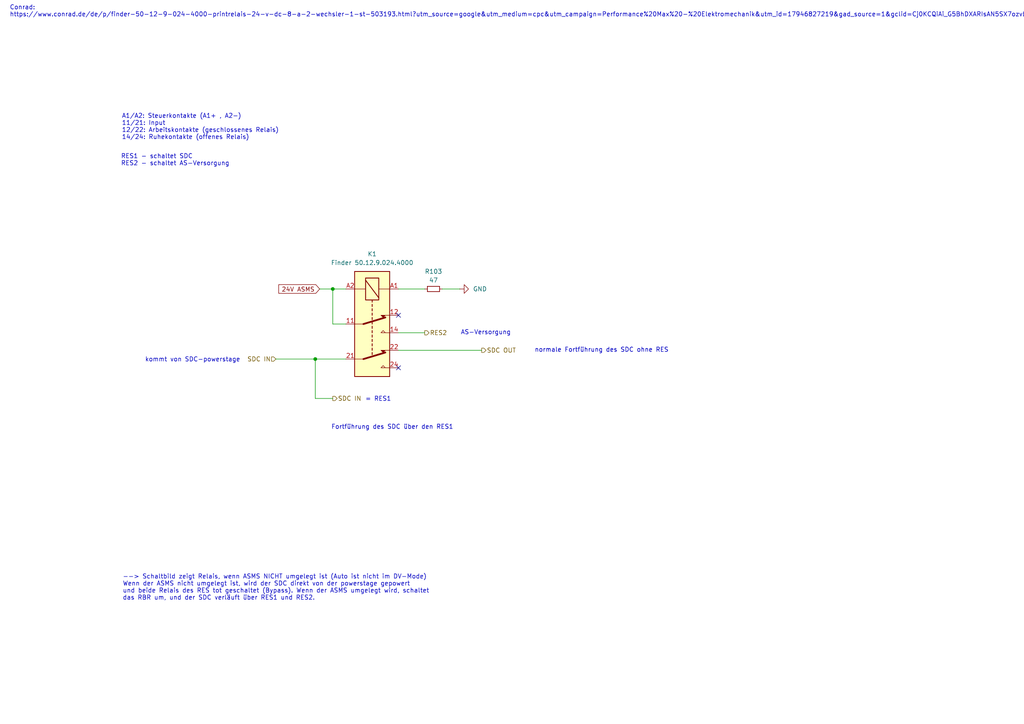
<source format=kicad_sch>
(kicad_sch (version 20231120) (generator "eeschema") (generator_version "8.0")
  (paper "A4")
  (title_block (title "PDU FT25") (date "2024-11-18") (rev "V1.0") (company "Janek Herm") (comment 1 "FaSTTUBe Electronics"))
  (lib_symbols
    (symbol "Device:R_Small" (pin_numbers hide) (pin_names (offset 0.254) hide)
      (property "Reference" "R" (at 0.762 0.508 0))
      (property "Value" "R_Small" (at 0.762 -1.016 0))
      (symbol "R_Small_0_1"
        (rectangle (start -0.762 1.778) (end 0.762 -1.778) (stroke (width 0.2032)))
      )
      (symbol "R_Small_1_1"
        (pin passive line (at 0 2.54 270) (length 0.762) (name "~") (number "1"))
        (pin passive line (at 0 -2.54 90) (length 0.762) (name "~") (number "2"))
      )
    )
    (symbol "Relay:Relay_DPDT"
      (property "Reference" "K" (at 16.51 3.81 0))
      (property "Value" "Relay_DPDT" (at 16.51 1.27 0))
      (symbol "Relay_DPDT_0_1"
        (rectangle (start -15.24 5.08) (end 15.24 -5.08) (stroke (width 0.254)) (fill (type background)))
        (rectangle (start -13.335 1.905) (end -6.985 -1.905) (stroke (width 0.254)))
        (polyline (pts (xy -12.7 -1.905) (xy -7.62 1.905)) (stroke (width 0.254)))
        (polyline (pts (xy -10.16 -5.08) (xy -10.16 -1.905)))
        (polyline (pts (xy -10.16 5.08) (xy -10.16 1.905)))
        (polyline (pts (xy -6.985 0) (xy -6.35 0)) (stroke (width 0.254)))
        (polyline (pts (xy -5.715 0) (xy -5.08 0)) (stroke (width 0.254)))
        (polyline (pts (xy -4.445 0) (xy -3.81 0)) (stroke (width 0.254)))
        (polyline (pts (xy -3.175 0) (xy -2.54 0)) (stroke (width 0.254)))
        (polyline (pts (xy -1.905 0) (xy -1.27 0)) (stroke (width 0.254)))
        (polyline (pts (xy -0.635 0) (xy 0 0)) (stroke (width 0.254)))
        (polyline (pts (xy 0 -2.54) (xy -1.905 3.81)) (stroke (width 0.508)))
        (polyline (pts (xy 0 -2.54) (xy 0 -5.08)))
        (polyline (pts (xy 0.635 0) (xy 1.27 0)) (stroke (width 0.254)))
        (polyline (pts (xy 1.905 0) (xy 2.54 0)) (stroke (width 0.254)))
        (polyline (pts (xy 3.175 0) (xy 3.81 0)) (stroke (width 0.254)))
        (polyline (pts (xy 4.445 0) (xy 5.08 0)) (stroke (width 0.254)))
        (polyline (pts (xy 5.715 0) (xy 6.35 0)) (stroke (width 0.254)))
        (polyline (pts (xy 6.985 0) (xy 7.62 0)) (stroke (width 0.254)))
        (polyline (pts (xy 8.255 0) (xy 8.89 0)) (stroke (width 0.254)))
        (polyline (pts (xy 10.16 -2.54) (xy 8.255 3.81)) (stroke (width 0.508)))
        (polyline (pts (xy 10.16 -2.54) (xy 10.16 -5.08)))
        (polyline (pts (xy -2.54 5.08) (xy -2.54 2.54) (xy -1.905 3.175) (xy -2.54 3.81)) (fill (type outline)))
        (polyline (pts (xy 2.54 5.08) (xy 2.54 2.54) (xy 1.905 3.175) (xy 2.54 3.81)))
        (polyline (pts (xy 7.62 5.08) (xy 7.62 2.54) (xy 8.255 3.175) (xy 7.62 3.81)) (fill (type outline)))
        (polyline (pts (xy 12.7 5.08) (xy 12.7 2.54) (xy 12.065 3.175) (xy 12.7 3.81)))
      )
      (symbol "Relay_DPDT_1_1"
        (pin passive line (at 0 -7.62 90) (length 2.54) (name "~") (number "11"))
        (pin passive line (at -2.54 7.62 270) (length 2.54) (name "~") (number "12"))
        (pin passive line (at 2.54 7.62 270) (length 2.54) (name "~") (number "14"))
        (pin passive line (at 10.16 -7.62 90) (length 2.54) (name "~") (number "21"))
        (pin passive line (at 7.62 7.62 270) (length 2.54) (name "~") (number "22"))
        (pin passive line (at 12.7 7.62 270) (length 2.54) (name "~") (number "24"))
        (pin passive line (at -10.16 7.62 270) (length 2.54) (name "~") (number "A1"))
        (pin passive line (at -10.16 -7.62 90) (length 2.54) (name "~") (number "A2"))
      )
    )
    (symbol "power:GND" (power) (pin_numbers hide) (pin_names (offset 0) hide)
      (property "Value" "GND" (at 0 -3.81 0))
      (symbol "GND_0_1"
        (polyline (pts (xy 0 0) (xy 0 -1.27) (xy 1.27 -1.27) (xy 0 -2.54) (xy -1.27 -1.27) (xy 0 -1.27)))
      )
      (symbol "GND_1_1"
        (pin power_in line (at 0 0 270) (length 0) (name "~") (number "1"))
      )
    )
  )
  (junction (at 91.44 104.14))
  (junction (at 96.52 83.82))
  (no_connect (at 115.57 91.44))
  (no_connect (at 115.57 106.68))
  (wire (pts (xy 128.27 83.82) (xy 133.35 83.82)))
  (wire (pts (xy 80.01 104.14) (xy 91.44 104.14)))
  (wire (pts (xy 115.57 101.6) (xy 139.7 101.6)))
  (wire (pts (xy 91.44 104.14) (xy 91.44 115.57)))
  (wire (pts (xy 115.57 83.82) (xy 123.19 83.82)))
  (wire (pts (xy 115.57 96.52) (xy 123.19 96.52)))
  (wire (pts (xy 96.52 83.82) (xy 96.52 93.98)))
  (wire (pts (xy 91.44 104.14) (xy 100.33 104.14)))
  (wire (pts (xy 96.52 83.82) (xy 92.71 83.82)))
  (wire (pts (xy 96.52 93.98) (xy 100.33 93.98)))
  (wire (pts (xy 100.33 83.82) (xy 96.52 83.82)))
  (wire (pts (xy 91.44 115.57) (xy 96.52 115.57)))
  (text "normale Fortführung des SDC ohne RES" (at 174.498 101.6 0) (effects (font (size 1.27 1.27) (thickness 0.1588))))
  (text "--> Schaltbild zeigt Relais, wenn ASMS NICHT umgelegt ist (Auto ist nicht im DV-Mode)\nWenn der ASMS nicht umgelegt ist, wird der SDC direkt von der powerstage gepowert\nund beide Relais des RES tot geschaltet (Bypass). Wenn der ASMS umgelegt wird, schaltet\ndas RBR um, und der SDC verläuft über RES1 und RES2." (at 35.56 170.434 0) (effects (font (size 1.27 1.27)) (justify left)))
  (text "Fortführung des SDC über den RES1" (at 113.792 123.952 0) (effects (font (size 1.27 1.27) (thickness 0.1588))))
  (text "RES1 - schaltet SDC\nRES2 - schaltet AS-Versorgung" (at 35.052 46.482 0) (effects (font (size 1.27 1.27)) (justify left)))
  (text "= RES1" (at 105.918 115.824 0) (effects (font (size 1.27 1.27)) (justify left)))
  (text "kommt von SDC-powerstage" (at 55.88 104.394 0) (effects (font (size 1.27 1.27))))
  (text "AS-Versorgung" (at 133.604 96.52 0) (effects (font (size 1.27 1.27)) (justify left)))
  (text "A1/A2: Steuerkontakte (A1+ , A2-)\n11/21: Input\n12/22: Arbeitskontakte (geschlossenes Relais)\n14/24: Ruhekontakte (offenes Relais)" (at 35.306 36.83 0) (effects (font (size 1.27 1.27)) (justify left)))
  (text "Conrad:\nhttps://www.conrad.de/de/p/finder-50-12-9-024-4000-printrelais-24-v-dc-8-a-2-wechsler-1-st-503193.html?utm_source=google&utm_medium=cpc&utm_campaign=Performance%20Max%20-%20Elektromechanik&utm_id=17946827219&gad_source=1&gclid=Cj0KCQiAi_G5BhDXARIsAN5SX7ozvbyzbNAUnu7ULPQTyRg7aDxVNaZ2DbTGICJ_7DeLlrEXfXyp2XEaApkXEALw_wcB" (at 2.794 3.302 0) (effects (font (size 1.27 1.27)) (justify left)))
  (global_label "24V ASMS" (shape input) (at 92.71 83.82 180) (property "Intersheetrefs" "${INTERSHEET_REFS}" (effects (hide yes))))
  (hierarchical_label "SDC OUT" (shape output) (at 139.7 101.6 0))
  (hierarchical_label "SDC IN" (shape output) (at 96.52 115.57 0))
  (hierarchical_label "RES2" (shape output) (at 123.19 96.52 0))
  (hierarchical_label "SDC IN" (shape input) (at 80.01 104.14 180))
  (symbol (lib_id "Device:R_Small") (at 125.73 83.82 90) (unit 1)
    (property "Reference" "R103" (at 125.73 78.74 90))
    (property "Value" "47" (at 125.73 81.28 90))
    (property "Footprint" "Resistor_SMD:R_0603_1608Metric_Pad0.98x0.95mm_HandSolder" (effects (hide yes)))
    (property "Description" "Resistor, small symbol" (effects (hide yes)))
  )
  (symbol (lib_id "Relay:Relay_DPDT") (at 107.95 93.98 270) (unit 1)
    (property "Reference" "K1" (at 107.95 73.66 90))
    (property "Value" "Finder 50.12.9.024.4000" (at 107.95 76.2 90))
    (property "Footprint" "Relay_THT:Relay_DPDT_Finder_40.52" (effects (hide yes)))
    (property "Datasheet" "https://asset.conrad.com/media10/add/160267/c1/-/de/000503193DS01/datenblatt-503193-finder-501290244000-printrelais-24-vdc-8-a-2-wechsler-1-st.pdf" (effects (hide yes)))
    (property "Description" "24 V/DC 8 A 2 Wechsler" (effects (hide yes)))
  )
  (symbol (lib_id "power:GND") (at 133.35 83.82 90) (unit 1)
    (property "Reference" "#PWR0139" (effects (hide yes)))
    (property "Value" "GND" (at 137.16 83.8199 90) (effects (justify right)))
    (property "Description" "Power symbol creates a global label with name \"GND\" , ground" (effects (hide yes)))
  )
)
</source>
